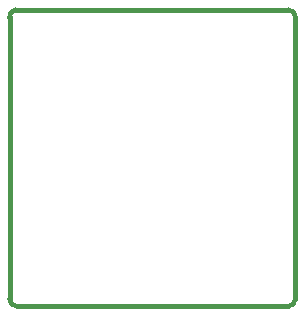
<source format=gbr>
G04 (created by PCBNEW (2013-03-04 BZR 3984)-stable) date 3/15/2013 4:30:27 PM*
%MOIN*%
G04 Gerber Fmt 3.4, Leading zero omitted, Abs format*
%FSLAX34Y34*%
G01*
G70*
G90*
G04 APERTURE LIST*
%ADD10C,2.3622e-006*%
%ADD11C,0.015*%
G04 APERTURE END LIST*
G54D10*
G54D11*
X50394Y-36969D02*
X41339Y-36969D01*
X41299Y-27087D02*
X50394Y-27087D01*
X50393Y-36969D02*
G75*
G03X50630Y-36732I0J237D01*
G74*
G01*
X50630Y-27323D02*
X50630Y-36732D01*
X50630Y-27323D02*
G75*
G03X50394Y-27087I-236J0D01*
G74*
G01*
X41300Y-27085D02*
G75*
G03X41101Y-27361I38J-237D01*
G74*
G01*
X41102Y-36732D02*
G75*
G03X41339Y-36969I237J0D01*
G74*
G01*
X41102Y-27323D02*
X41102Y-36772D01*
M02*

</source>
